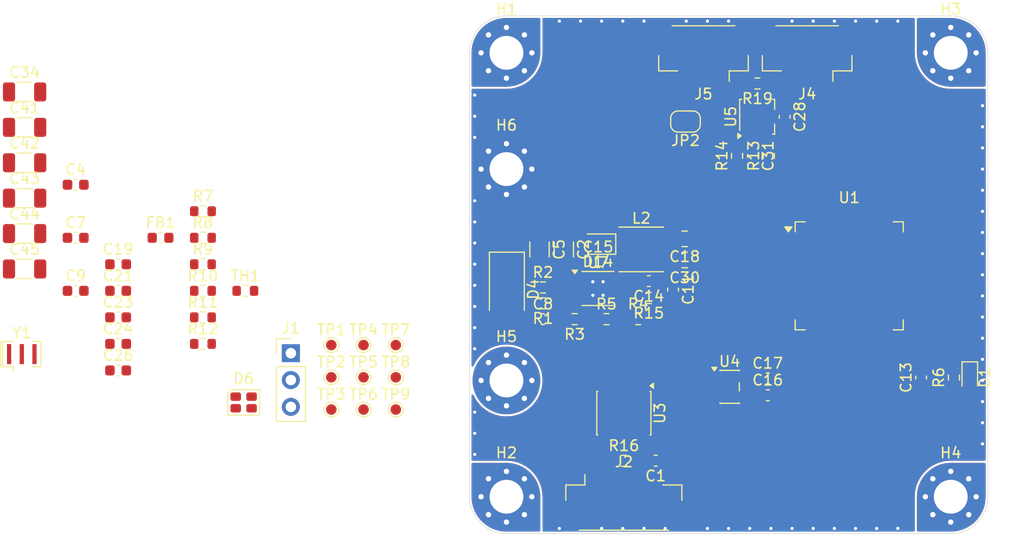
<source format=kicad_pcb>
(kicad_pcb (version 20241229) (generator "pcbnew") (generator_version "9.0")
  (layers (0 "F.Cu" signal) (2 "B.Cu" signal) (13 "F.Paste" user) (15 "B.Paste" user) (5 "F.SilkS" user "F.Silkscreen") (7 "B.SilkS" user "B.Silkscreen") (1 "F.Mask" user) (3 "B.Mask" user) (25 "Edge.Cuts" user))
  (net 0 "")
  (net 1 "GND")
  (net 2 "Net-(D4-K)")
  (net 3 "NTC_1")
  (net 4 "VREF")
  (net 5 "Net-(U7-SS{slash}TR)")
  (net 6 "Net-(C11-Pad2)")
  (net 7 "+5V")
  (net 8 "Net-(U7-COMP)")
  (net 9 "Net-(U7-BOOT)")
  (net 10 "Net-(D14-K)")
  (net 11 "Net-(U4-BP)")
  (net 12 "+3.3V")
  (net 13 "Reset")
  (net 14 "VDC")
  (net 15 "Net-(D1-A)")
  (net 16 "Net-(D6-GK)")
  (net 17 "Net-(D6-RK)")
  (net 18 "Net-(D6-BK)")
  (net 19 "unconnected-(H1-Pad1)")
  (net 20 "unconnected-(H2-Pad1)")
  (net 21 "unconnected-(H3-Pad1)")
  (net 22 "unconnected-(H4-Pad1)")
  (net 23 "SWCLK")
  (net 24 "SWDIO")
  (net 25 "CAN_L")
  (net 26 "CAN_H")
  (net 29 "Net-(JP2-B)")
  (net 30 "Net-(U7-EN)")
  (net 31 "Net-(U7-RT{slash}CLK)")
  (net 32 "Net-(U7-VSENSE)")
  (net 33 "LED1")
  (net 34 "BOOT")
  (net 35 "LED2")
  (net 36 "LED3")
  (net 37 "Net-(U5-RXD)")
  (net 38 "CANRX")
  (net 39 "CANTX")
  (net 40 "Net-(U5-TXD)")
  (net 63 "Net-(U1-PF1)")
  (net 92 "Net-(U1-PF0)")
  (net 93 "FAULT")
  (net 94 "RS485_B")
  (net 95 "RS485_A")
  (net 96 "ENABLE")
  (net 97 "USART2_TX")
  (net 98 "USART2_DE")
  (net 99 "USART2_RX")
  (footprint "MountingHole:MountingHole_3.2mm_M3_Pad_Via" (layer "F.Cu") (at 121 121)
    (property "Reference" "H4" (at 0 -4.15 0) (layer "F.SilkS"))
    (property "Value" "MountingHole_Pad")
    (pad "1" thru_hole circle (at -2.4 0) (size 0.8 0.8) (drill 0.5) (layers "*.Cu" "*.Mask") (net 22 "unconnected-(H4-Pad1)"))
    (pad "1" thru_hole circle (at -1.697056 -1.697056) (size 0.8 0.8) (drill 0.5) (layers "*.Cu" "*.Mask") (net 22 "unconnected-(H4-Pad1)"))
    (pad "1" thru_hole circle (at -1.697056 1.697056) (size 0.8 0.8) (drill 0.5) (layers "*.Cu" "*.Mask") (net 22 "unconnected-(H4-Pad1)"))
    (pad "1" thru_hole circle (at 0 -2.4) (size 0.8 0.8) (drill 0.5) (layers "*.Cu" "*.Mask") (net 22 "unconnected-(H4-Pad1)"))
    (pad "1" thru_hole circle (at 0 0) (size 6.4 6.4) (drill 3.2) (layers "*.Cu" "*.Mask") (net 22 "unconnected-(H4-Pad1)"))
    (pad "1" thru_hole circle (at 0 2.4) (size 0.8 0.8) (drill 0.5) (layers "*.Cu" "*.Mask") (net 22 "unconnected-(H4-Pad1)"))
    (pad "1" thru_hole circle (at 1.697056 -1.697056) (size 0.8 0.8) (drill 0.5) (layers "*.Cu" "*.Mask") (net 22 "unconnected-(H4-Pad1)"))
    (pad "1" thru_hole circle (at 1.697056 1.697056) (size 0.8 0.8) (drill 0.5) (layers "*.Cu" "*.Mask") (net 22 "unconnected-(H4-Pad1)"))
    (pad "1" thru_hole circle (at 2.4 0) (size 0.8 0.8) (drill 0.5) (layers "*.Cu" "*.Mask") (net 22 "unconnected-(H4-Pad1)"))
  )
  (footprint "Resistor_SMD:R_0603_1608Metric" (layer "F.Cu") (at 50.31 93.99)
    (property "Reference" "R7" (at 0 -1.43 0) (layer "F.SilkS"))
    (property "Value" "10K")
    (pad "1" smd roundrect (at -0.825 0) (size 0.8 0.95) (layers "F.Cu" "F.Mask" "F.Paste") (net 13 "Reset"))
    (pad "2" smd roundrect (at 0.825 0) (size 0.8 0.95) (layers "F.Cu" "F.Mask" "F.Paste") (net 12 "+3.3V"))
  )
  (footprint "Connector_PinHeader_2.54mm:PinHeader_1x03_P2.54mm_Vertical" (layer "F.Cu") (at 58.62 107.42)
    (property "Reference" "J1" (at 0 -2.38 0) (layer "F.SilkS"))
    (property "Value" "SWD")
    (pad "1" thru_hole rect (at 0 0) (size 1.7 1.7) (drill 1) (layers "*.Cu" "*.Mask") (net 1 "GND"))
    (pad "2" thru_hole circle (at 0 2.54) (size 1.7 1.7) (drill 1) (layers "*.Cu" "*.Mask") (net 24 "SWDIO"))
    (pad "3" thru_hole circle (at 0 5.08) (size 1.7 1.7) (drill 1) (layers "*.Cu" "*.Mask") (net 23 "SWCLK"))
  )
  (footprint "Resistor_SMD:R_0603_1608Metric" (layer "F.Cu") (at 82.45 102.7 180)
    (property "Reference" "R1" (at 0 -1.43 0) (layer "F.SilkS"))
    (property "Value" "56K")
    (pad "1" smd roundrect (at -0.825 0 180) (size 0.8 0.95) (layers "F.Cu" "F.Mask" "F.Paste") (net 30 "Net-(U7-EN)"))
    (pad "2" smd roundrect (at 0.825 0 180) (size 0.8 0.95) (layers "F.Cu" "F.Mask" "F.Paste") (net 1 "GND"))
  )
  (footprint "Diode_SMD:D_SMA" (layer "F.Cu") (at 79.04 101.37 -90)
    (property "Reference" "D4" (at 0 -2.5 90) (layer "F.SilkS"))
    (property "Value" "D")
    (pad "1" smd roundrect (at -2.000001 0 270) (size 2.5 1.8) (layers "F.Cu" "F.Mask" "F.Paste") (roundrect_rratio 0.1388888889) (net 2 "Net-(D4-K)"))
    (pad "2" smd roundrect (at 2.000001 0 270) (size 2.5 1.8) (layers "F.Cu" "F.Mask" "F.Paste") (roundrect_rratio 0.1388888889) (net 14 "VDC"))
  )
  (footprint "MountingHole:MountingHole_3.2mm_M3_Pad_Via" (layer "F.Cu") (at 79 79)
    (property "Reference" "H1" (at 0 -4.15 0) (layer "F.SilkS"))
    (property "Value" "MountingHole_Pad")
    (pad "1" thru_hole circle (at -2.4 0) (size 0.8 0.8) (drill 0.5) (layers "*.Cu" "*.Mask") (net 19 "unconnected-(H1-Pad1)"))
    (pad "1" thru_hole circle (at -1.697056 -1.697056) (size 0.8 0.8) (drill 0.5) (layers "*.Cu" "*.Mask") (net 19 "unconnected-(H1-Pad1)"))
    (pad "1" thru_hole circle (at -1.697056 1.697056) (size 0.8 0.8) (drill 0.5) (layers "*.Cu" "*.Mask") (net 19 "unconnected-(H1-Pad1)"))
    (pad "1" thru_hole circle (at 0 -2.4) (size 0.8 0.8) (drill 0.5) (layers "*.Cu" "*.Mask") (net 19 "unconnected-(H1-Pad1)"))
    (pad "1" thru_hole circle (at 0 0) (size 6.4 6.4) (drill 3.2) (layers "*.Cu" "*.Mask") (net 19 "unconnected-(H1-Pad1)"))
    (pad "1" thru_hole circle (at 0 2.4) (size 0.8 0.8) (drill 0.5) (layers "*.Cu" "*.Mask") (net 19 "unconnected-(H1-Pad1)"))
    (pad "1" thru_hole circle (at 1.697056 -1.697056) (size 0.8 0.8) (drill 0.5) (layers "*.Cu" "*.Mask") (net 19 "unconnected-(H1-Pad1)"))
    (pad "1" thru_hole circle (at 1.697056 1.697056) (size 0.8 0.8) (drill 0.5) (layers "*.Cu" "*.Mask") (net 19 "unconnected-(H1-Pad1)"))
    (pad "1" thru_hole circle (at 2.4 0) (size 0.8 0.8) (drill 0.5) (layers "*.Cu" "*.Mask") (net 19 "unconnected-(H1-Pad1)"))
  )
  (footprint "Resistor_SMD:R_0603_1608Metric" (layer "F.Cu") (at 54.32 101.52)
    (property "Reference" "TH1" (at 0 -1.43 0) (layer "F.SilkS"))
    (property "Value" "Thermistor_NTC")
    (pad "1" smd roundrect (at -0.825 0) (size 0.8 0.95) (layers "F.Cu" "F.Mask" "F.Paste") (net 3 "NTC_1"))
    (pad "2" smd roundrect (at 0.825 0) (size 0.8 0.95) (layers "F.Cu" "F.Mask" "F.Paste") (net 1 "GND"))
  )
  (footprint "Capacitor_SMD:C_0603_1608Metric" (layer "F.Cu") (at 38.28 101.52)
    (property "Reference" "C9" (at 0 -1.43 0) (layer "F.SilkS"))
    (property "Value" "1uF")
    (pad "1" smd roundrect (at -0.775 0) (size 0.9 0.95) (layers "F.Cu" "F.Mask" "F.Paste") (net 1 "GND"))
    (pad "2" smd roundrect (at 0.775 0) (size 0.9 0.95) (layers "F.Cu" "F.Mask" "F.Paste") (net 4 "VREF"))
  )
  (footprint "Resistor_SMD:R_0603_1608Metric" (layer "F.Cu") (at 85.45 104.2 180)
    (property "Reference" "R3" (at 0 -1.43 0) (layer "F.SilkS"))
    (property "Value" "237K")
    (pad "1" smd roundrect (at -0.825 0 180) (size 0.8 0.95) (layers "F.Cu" "F.Mask" "F.Paste") (net 1 "GND"))
    (pad "2" smd roundrect (at 0.825 0 180) (size 0.8 0.95) (layers "F.Cu" "F.Mask" "F.Paste") (net 31 "Net-(U7-RT{slash}CLK)"))
  )
  (footprint "Resistor_SMD:R_0603_1608Metric" (layer "F.Cu") (at 50.31 96.5)
    (property "Reference" "R8" (at 0 -1.43 0) (layer "F.SilkS"))
    (property "Value" "1K")
    (pad "1" smd roundrect (at -0.825 0) (size 0.8 0.95) (layers "F.Cu" "F.Mask" "F.Paste") (net 33 "LED1"))
    (pad "2" smd roundrect (at 0.825 0) (size 0.8 0.95) (layers "F.Cu" "F.Mask" "F.Paste") (net 17 "Net-(D6-RK)"))
  )
  (footprint "Resistor_SMD:R_0603_1608Metric" (layer "F.Cu") (at 90.1 117.6)
    (property "Reference" "R16" (at 0 -1.43 0) (layer "F.SilkS"))
    (property "Value" "120R")
    (pad "1" smd roundrect (at -0.825 0) (size 0.8 0.95) (layers "F.Cu" "F.Mask" "F.Paste") (net 95 "RS485_A"))
    (pad "2" smd roundrect (at 0.825 0) (size 0.8 0.95) (layers "F.Cu" "F.Mask" "F.Paste") (net 94 "RS485_B"))
  )
  (footprint "Inductor_SMD:L_APV_ANR4020" (layer "F.Cu") (at 91.75 97.6)
    (property "Reference" "L2" (at 0 -2.95 0) (layer "F.SilkS"))
    (property "Value" "47uH")
    (pad "1" smd roundrect (at -1.5 0) (size 1.1 3.7) (layers "F.Cu" "F.Mask" "F.Paste") (roundrect_rratio 0.227273) (net 10 "Net-(D14-K)"))
    (pad "2" smd roundrect (at 1.5 0) (size 1.1 3.7) (layers "F.Cu" "F.Mask" "F.Paste") (roundrect_rratio 0.227273) (net 7 "+5V"))
  )
  (footprint "Capacitor_SMD:C_0603_1608Metric" (layer "F.Cu") (at 103.7 111.4)
    (property "Reference" "C16" (at 0 -1.43 0) (layer "F.SilkS"))
    (property "Value" "470pF")
    (pad "1" smd roundrect (at -0.775 0) (size 0.9 0.95) (layers "F.Cu" "F.Mask" "F.Paste") (net 11 "Net-(U4-BP)"))
    (pad "2" smd roundrect (at 0.775 0) (size 0.9 0.95) (layers "F.Cu" "F.Mask" "F.Paste") (net 1 "GND"))
  )
  (footprint "Capacitor_SMD:C_0603_1608Metric" (layer "F.Cu") (at 42.29 99.01)
    (property "Reference" "C19" (at 0 -1.43 0) (layer "F.SilkS"))
    (property "Value" "100nF")
    (pad "1" smd roundrect (at -0.775 0) (size 0.9 0.95) (layers "F.Cu" "F.Mask" "F.Paste") (net 1 "GND"))
    (pad "2" smd roundrect (at 0.775 0) (size 0.9 0.95) (layers "F.Cu" "F.Mask" "F.Paste") (net 13 "Reset"))
  )
  (footprint "Diode_SMD:D_0805_2012Metric" (layer "F.Cu") (at 87.65 97.1 180)
    (property "Reference" "D14" (at 0 -1.65 0) (layer "F.SilkS"))
    (property "Value" "B5819WS")
    (pad "1" smd roundrect (at -0.937501 0 180) (size 0.975 1.4) (layers "F.Cu" "F.Mask" "F.Paste") (net 10 "Net-(D14-K)"))
    (pad "2" smd roundrect (at 0.937501 0 180) (size 0.975 1.4) (layers "F.Cu" "F.Mask" "F.Paste") (net 1 "GND"))
  )
  (footprint "Resistor_SMD:R_0603_1608Metric" (layer "F.Cu") (at 102.725 81.9 180)
    (property "Reference" "R19" (at 0 -1.43 0) (layer "F.SilkS"))
    (property "Value" "120R")
    (pad "1" smd roundrect (at -0.825 0 180) (size 0.8 0.95) (layers "F.Cu" "F.Mask" "F.Paste") (net 29 "Net-(JP2-B)"))
    (pad "2" smd roundrect (at 0.825 0 180) (size 0.8 0.95) (layers "F.Cu" "F.Mask" "F.Paste") (net 26 "CAN_H"))
  )
  (footprint "TestPoint:TestPoint_Pad_D1.0mm" (layer "F.Cu") (at 65.49 112.75)
    (property "Reference" "TP6" (at 0 -1.448 0) (layer "F.SilkS"))
    (property "Value" "TestPoint")
    (pad "1" smd circle (at 0 0) (size 1 1) (layers "F.Cu" "F.Mask"))
  )
  (footprint "Capacitor_SMD:C_0603_1608Metric" (layer "F.Cu") (at 94.75 101.4 -90)
    (property "Reference" "C11" (at 0 -1.43 90) (layer "F.SilkS"))
    (property "Value" "100nF")
    (pad "1" smd roundrect (at -0.775 0 270) (size 0.9 0.95) (layers "F.Cu" "F.Mask" "F.Paste") (net 1 "GND"))
    (pad "2" smd roundrect (at 0.775 0 270) (size 0.9 0.95) (layers "F.Cu" "F.Mask" "F.Paste") (net 6 "Net-(C11-Pad2)"))
  )
  (footprint "Capacitor_SMD:C_0603_1608Metric" (layer "F.Cu") (at 103.7 109.8)
    (property "Reference" "C17" (at 0 -1.43 0) (layer "F.SilkS"))
    (property "Value" "10uF")
    (pad "1" smd roundrect (at -0.775 0) (size 0.9 0.95) (layers "F.Cu" "F.Mask" "F.Paste") (net 12 "+3.3V"))
    (pad "2" smd roundrect (at 0.775 0) (size 0.9 0.95) (layers "F.Cu" "F.Mask" "F.Paste") (net 1 "GND"))
  )
  (footprint "Capacitor_SMD:C_0603_1608Metric" (layer "F.Cu") (at 93.1 117.6 180)
    (property "Reference" "C1" (at 0 -1.43 0) (layer "F.SilkS"))
    (property "Value" "100nF")
    (pad "1" smd roundrect (at -0.775 0 180) (size 0.9 0.95) (layers "F.Cu" "F.Mask" "F.Paste") (net 1 "GND"))
    (pad "2" smd roundrect (at 0.775 0 180) (size 0.9 0.95) (layers "F.Cu" "F.Mask" "F.Paste") (net 7 "+5V"))
  )
  (footprint "Capacitor_SMD:C_1206_3216Metric" (layer "F.Cu") (at 33.45 89.4)
    (property "Reference" "C42" (at 0 -1.85 0) (layer "F.SilkS"))
    (property "Value" "10uF")
    (pad "1" smd roundrect (at -1.475 0) (size 1.15 1.8) (layers "F.Cu" "F.Mask" "F.Paste") (roundrect_rratio 0.217391) (net 1 "GND"))
    (pad "2" smd roundrect (at 1.475 0) (size 1.15 1.8) (layers "F.Cu" "F.Mask" "F.Paste") (roundrect_rratio 0.217391) (net 14 "VDC"))
  )
  (footprint "Capacitor_SMD:C_0603_1608Metric" (layer "F.Cu") (at 87.65 98.8)
    (property "Reference" "C15" (at 0 -1.43 0) (layer "F.SilkS"))
    (property "Value" "100nF")
    (pad "1" smd roundrect (at -0.775 0) (size 0.9 0.95) (layers "F.Cu" "F.Mask" "F.Paste") (net 9 "Net-(U7-BOOT)"))
    (pad "2" smd roundrect (at 0.775 0) (size 0.9 0.95) (layers "F.Cu" "F.Mask" "F.Paste") (net 10 "Net-(D14-K)"))
  )
  (footprint "Jumper:SolderJumper-2_P1.3mm_Open_RoundedPad1.0x1.5mm" (layer "F.Cu") (at 95.925 85.499999 180)
    (property "Reference" "JP2" (at 0 -1.8 0) (layer "F.SilkS"))
    (property "Value" "Jumper_2_Open")
    (pad "1" smd custom (at -0.649999 0 180) (size 1 0.5) (layers "F.Cu" "F.Mask") (net 25 "CAN_L") (options (clearance outline) (anchor rect)) (primitives (gr_circle (center 0 0.25) (end 0.5 0.25) (width 0) (fill yes)) (gr_circle (center 0 -0.25) (end 0.5 -0.25) (width 0) (fill yes)) (gr_poly (pts (xy 0.5 0.75) (xy 0 0.75) (xy 0 -0.75) (xy 0.5 -0.75)) (width 0) (fill yes))))
    (pad "2" smd custom (at 0.649999 0 180) (size 1 0.5) (layers "F.Cu" "F.Mask") (net 29 "Net-(JP2-B)") (options (clearance outline) (anchor rect)) (primitives (gr_circle (center 0 0.25) (end 0.5 0.25) (width 0) (fill yes)) (gr_circle (center 0 -0.25) (end 0.5 -0.25) (width 0) (fill yes)) (gr_poly (pts (xy 0 0.75) (xy -0.5 0.75) (xy -0.5 -0.75) (xy 0 -0.75)) (width 0) (fill yes))))
  )
  (footprint "TestPoint:TestPoint_Pad_D1.0mm" (layer "F.Cu") (at 68.54 112.75)
    (property "Reference" "TP9" (at 0 -1.448 0) (layer "F.SilkS"))
    (property "Value" "TestPoint")
    (pad "1" smd circle (at 0 0) (size 1 1) (layers "F.Cu" "F.Mask"))
  )
  (footprint "LED_SMD:LED_0603_1608Metric" (layer "F.Cu") (at 122.8 109.725 -90)
    (property "Reference" "D1" (at 0 -1.43 90) (layer "F.SilkS"))
    (property "Value" "LED_Small")
    (pad "1" smd roundrect (at -0.787501 0 270) (size 0.875 0.95) (layers "F.Cu" "F.Mask" "F.Paste") (net 1 "GND"))
    (pad "2" smd roundrect (at 0.787501 0 270) (size 0.875 0.95) (layers "F.Cu" "F.Mask" "F.Paste") (net 15 "Net-(D1-A)"))
  )
  (footprint "Resistor_SMD:R_0603_1608Metric" (layer "F.Cu") (at 82.45 101.200001)
    (property "Reference" "R2" (at 0 -1.43 0) (layer "F.SilkS"))
    (property "Value" "470K")
    (pad "1" smd roundrect (at -0.825 0) (size 0.8 0.95) (layers "F.Cu" "F.Mask" "F.Paste") (net 30 "Net-(U7-EN)"))
    (pad "2" smd roundrect (at 0.825 0) (size 0.8 0.95) (layers "F.Cu" "F.Mask" "F.Paste") (net 2 "Net-(D4-K)"))
  )
  (footprint "MountingHole:MountingHole_3.2mm_M3_Pad_Via" (layer "F.Cu") (at 121 79)
    (property "Reference" "H3" (at 0 -4.15 0) (layer "F.SilkS"))
    (property "Value" "MountingHole_Pad")
    (pad "1" thru_hole circle (at -2.4 0) (size 0.8 0.8) (drill 0.5) (layers "*.Cu" "*.Mask") (net 21 "unconnected-(H3-Pad1)"))
    (pad "1" thru_hole circle (at -1.697056 -1.697056) (size 0.8 0.8) (drill 0.5) (layers "*.Cu" "*.Mask") (net 21 "unconnected-(H3-Pad1)"))
    (pad "1" thru_hole circle (at -1.697056 1.697056) (size 0.8 0.8) (drill 0.5) (layers "*.Cu" "*.Mask") (net 21 "unconnected-(H3-Pad1)"))
    (pad "1" thru_hole circle (at 0 -2.4) (size 0.8 0.8) (drill 0.5) (layers "*.Cu" "*.Mask") (net 21 "unconnected-(H3-Pad1)"))
    (pad "1" thru_hole circle (at 0 0) (size 6.4 6.4) (drill 3.2) (layers "*.Cu" "*.Mask") (net 21 "unconnected-(H3-Pad1)"))
    (pad "1" thru_hole circle (at 0 2.4) (size 0.8 0.8) (drill 0.5) (layers "*.Cu" "*.Mask") (net 21 "unconnected-(H3-Pad1)"))
    (pad "1" thru_hole circle (at 1.697056 -1.697056) (size 0.8 0.8) (drill 0.5) (layers "*.Cu" "*.Mask") (net 21 "unconnected-(H3-Pad1)"))
    (pad "1" thru_hole circle (at 1.697056 1.697056) (size 0.8 0.8) (drill 0.5) (layers "*.Cu" "*.Mask") (net 21 "unconnected-(H3-Pad1)"))
    (pad "1" thru_hole circle (at 2.4 0) (size 0.8 0.8) (drill 0.5) (layers "*.Cu" "*.Mask") (net 21 "unconnected-(H3-Pad1)"))
  )
  (footprint "Capacitor_SMD:C_0805_2012Metric" (layer "F.Cu") (at 95.85 96.6 180)
    (property "Reference" "C18" (at 0 -1.679999 0) (layer "F.SilkS"))
    (property "Value" "22uF")
    (pad "1" smd roundrect (at -0.949999 0 180) (size 1 1.45) (layers "F.Cu" "F.Mask" "F.Paste") (net 1 "GND"))
    (pad "2" smd roundrect (at 0.949999 0 180) (size 1 1.45) (layers "F.Cu" "F.Mask" "F.Paste") (net 7 "+5V"))
  )
  (footprint "Capacitor_SMD:C_0603_1608Metric" (layer "F.Cu") (at 82.45 104.200001)
    (property "Reference" "C8" (at 0 -1.43 0) (layer "F.SilkS"))
    (property "Value" "100nF")
    (pad "1" smd roundrect (at -0.775 0) (size 0.9 0.95) (layers "F.Cu" "F.Mask" "F.Paste") (net 1 "GND"))
    (pad "2" smd roundrect (at 0.775 0) (size 0.9 0.95) (layers "F.Cu" "F.Mask" "F.Paste") (net 5 "Net-(U7-SS{slash}TR)"))
  )
  (footprint "MountingHole:MountingHole_3.2mm_M3_Pad_Via" (layer "F.Cu") (at 79 121)
    (property "Reference" "H2" (at 0 -4.15 0) (layer "F.SilkS"))
    (property "Value" "MountingHole_Pad")
    (pad "1" thru_hole circle (at -2.4 0) (size 0.8 0.8) (drill 0.5) (layers "*.Cu" "*.Mask") (net 20 "unconnected-(H2-Pad1)"))
    (pad "1" thru_hole circle (at -1.697056 -1.697056) (size 0.8 0.8) (drill 0.5) (layers "*.Cu" "*.Mask") (net 20 "unconnected-(H2-Pad1)"))
    (pad "1" thru_hole circle (at -1.697056 1.697056) (size 0.8 0.8) (drill 0.5) (layers "*.Cu" "*.Mask") (net 20 "unconnected-(H2-Pad1)"))
    (pad "1" thru_hole circle (at 0 -2.4) (size 0.8 0.8) (drill 0.5) (layers "*.Cu" "*.Mask") (net 20 "unconnected-(H2-Pad1)"))
    (pad "1" thru_hole circle (at 0 0) (size 6.4 6.4) (drill 3.2) (layers "*.Cu" "*.Mask") (net 20 "unconnected-(H2-Pad1)"))
    (pad "1" thru_hole circle (at 0 2.4) (size 0.8 0.8) (drill 0.5) (layers "*.Cu" "*.Mask") (net 20 "unconnected-(H2-Pad1)"))
    (pad "1" thru_hole circle (at 1.697056 -1.697056) (size 0.8 0.8) (drill 0.5) (layers "*.Cu" "*.Mask") (net 20 "unconnected-(H2-Pad1)"))
    (pad "1" thru_hole circle (at 1.697056 1.697056) (size 0.8 0.8) (drill 0.5) (layers "*.Cu" "*.Mask") (net 20 "unconnected-(H2-Pad1)"))
    (pad "1" thru_hole circle (at 2.4 0) (size 0.8 0.8) (drill 0.5) (layers "*.Cu" "*.Mask") (net 20 "unconnected-(H2-Pad1)"))
  )
  (footprint "Capacitor_SMD:C_1206_3216Metric" (layer "F.Cu") (at 33.45 96.1)
    (property "Reference" "C44" (at 0 -1.85 0) (layer "F.SilkS"))
    (property "Value" "10uF")
    (pad "1" smd roundrect (at -1.475 0) (size 1.15 1.8) (layers "F.Cu" "F.Mask" "F.Paste") (roundrect_rratio 0.217391) (net 1 "GND"))
    (pad "2" smd roundrect (at 1.475 0) (size 1.15 1.8) (layers "F.Cu" "F.Mask" "F.Paste") (roundrect_rratio 0.217391) (net 14 "VDC"))
  )
  (footprint "Connector_JST:JST_GH_SM04B-GHS-TB_1x04-1MP_P1.25mm_Horizontal" (layer "F.Cu") (at 107.425 79 180)
    (property "Reference" "J4" (at 0 -3.899999 0) (layer "F.SilkS"))
    (property "Value" "CAN_IN")
    (pad "1" smd roundrect (at -1.875 -1.85 180) (size 0.6 1.7) (layers "F.Cu" "F.Mask" "F.Paste"))
    (pad "2" smd roundrect (at -0.625 -1.85 180) (size 0.6 1.7) (layers "F.Cu" "F.Mask" "F.Paste") (net 26 "CAN_H"))
    (pad "3" smd roundrect (at 0.625 -1.85 180) (size 0.6 1.7) (layers "F.Cu" "F.Mask" "F.Paste") (net 25 "CAN_L"))
    (pad "4" smd roundrect (at 1.875 -1.85 180) (size 0.6 1.7) (layers "F.Cu" "F.Mask" "F.Paste") (net 1 "GND"))
    (pad "MP" smd roundrect (at -3.725 1.35 180) (size 1 2.7) (layers "F.Cu" "F.Mask" "F.Paste"))
    (pad "MP" smd roundrect (at 3.725 1.35 180) (size 1 2.7) (layers "F.Cu" "F.Mask" "F.Paste"))
  )
  (footprint "Capacitor_SMD:C_1206_3216Metric" (layer "F.Cu") (at 33.45 86.05)
    (property "Reference" "C41" (at 0 -1.85 0) (layer "F.SilkS"))
    (property "Value" "10uF")
    (pad "1" smd roundrect (at -1.475 0) (size 1.15 1.8) (layers "F.Cu" "F.Mask" "F.Paste") (roundrect_rratio 0.217391) (net 1 "GND"))
    (pad "2" smd roundrect (at 1.475 0) (size 1.15 1.8) (layers "F.Cu" "F.Mask" "F.Paste") (roundrect_rratio 0.217391) (net 14 "VDC"))
  )
  (footprint "Resistor_SMD:R_0603_1608Metric" (layer "F.Cu") (at 100.8 88.750001 90)
    (property "Reference" "R14" (at 0 -1.43 90) (layer "F.SilkS"))
    (property "Value" "47R")
    (pad "1" smd roundrect (at -0.825 0 90) (size 0.8 0.95) (layers "F.Cu" "F.Mask" "F.Paste") (net 39 "CANTX"))
    (pad "2" smd roundrect (at 0.825 0 90) (size 0.8 0.95) (layers "F.Cu" "F.Mask" "F.Paste") (net 40 "Net-(U5-TXD)"))
  )
  (footprint "LED_SMD:LED_Cree-PLCC4_2x2mm_CW" (layer "F.Cu") (at 54.155 112.08)
    (property "Reference" "D6" (at 0 -2.25 0) (layer "F.SilkS"))
    (property "Value" "LED_RBAG")
    (pad "1" smd roundrect (at -0.75 -0.55) (size 1 0.8) (layers "F.Cu" "F.Mask" "F.Paste") (net 17 "Net-(D6-RK)"))
    (pad "2" smd roundrect (at 0.75 -0.55) (size 1 0.8) (layers "F.Cu" "F.Mask" "F.Paste") (net 18 "Net-(D6-BK)"))
    (pad "3" smd roundrect (at 0.75 0.55) (size 1 0.8) (layers "F.Cu" "F.Mask" "F.Paste") (net 12 "+3.3V"))
    (pad "4" smd roundrect (at -0.75 0.55) (size 1 0.8) (layers "F.Cu" "F.Mask" "F.Paste") (net 16 "Net-(D6-GK)"))
  )
  (footprint "Inductor_SMD:L_0603_1608Metric" (layer "F.Cu") (at 46.3 96.5)
    (property "Reference" "FB1" (at 0 -1.43 0) (layer "F.SilkS"))
    (property "Value" "FerriteBead")
    (pad "1" smd roundrect (at -0.7875 0) (size 0.875 0.95) (layers "F.Cu" "F.Mask" "F.Paste") (net 12 "+3.3V"))
    (pad "2" smd roundrect (at 0.7875 0) (size 0.875 0.95) (layers "F.Cu" "F.Mask" "F.Paste") (net 4 "VREF"))
  )
  (footprint "TestPoint:TestPoint_Pad_D1.0mm" (layer "F.Cu") (at 65.49 109.7)
    (property "Reference" "TP5" (at 0 -1.448 0) (layer "F.SilkS"))
    (property "Value" "TestPoint")
    (pad "1" smd circle (at 0 0) (size 1 1) (layers "F.Cu" "F.Mask") (net 7 "+5V"))
  )
  (footprint "Resistor_SMD:R_0603_1608Metric" (layer "F.Cu") (at 50.31 101.52)
    (property "Reference" "R10" (at 0 -1.43 0) (layer "F.SilkS"))
    (property "Value" "10K")
    (pad "1" smd roundrect (at -0.825 0) (size 0.8 0.95) (layers "F.Cu" "F.Mask" "F.Paste") (net 3 "NTC_1"))
    (pad "2" smd roundrect (at 0.825 0) (size 0.8 0.95) (layers "F.Cu" "F.Mask" "F.Paste") (net 12 "+3.3V"))
  )
  (footprint "Capacitor_SMD:C_0603_1608Metric" (layer "F.Cu") (at 42.29 106.54)
    (property "Reference" "C24" (at 0 -1.43 0) (layer "F.SilkS"))
    (property "Value" "100nF")
    (pad "1" smd roundrect (at -0.775 0) (size 0.9 0.95) (layers "F.Cu" "F.Mask" "F.Paste") (net 12 "+3.3V"))
    (pad "2" smd roundrect (at 0.775 0) (size 0.9 0.95) (layers "F.Cu" "F.Mask" "F.Paste") (net 1 "GND"))
  )
  (footprint "Capacitor_SMD:C_1206_3216Metric" (layer "F.Cu") (at 82.124999 97.6 -90)
    (property "Reference" "C5" (at 0 -1.850001 90) (layer "F.SilkS"))
    (property "Value" "10uF")
    (pad "1" smd roundrect (at -1.475001 0 270) (size 1.15 1.8) (layers "F.Cu" "F.Mask" "F.Paste") (roundrect_rratio 0.217391) (net 1 "GND"))
    (pad "2" smd roundrect (at 1.475001 0 270) (size 1.15 1.8) (layers "F.Cu" "F.Mask" "F.Paste") (roundrect_rratio 0.217391) (net 2 "Net-(D4-K)"))
  )
  (footprint "Resistor_SMD:R_0603_1608Metric" (layer "F.Cu") (at 88.45 104.2)
    (property "Reference" "R5" (at 0 -1.43 0) (layer "F.SilkS"))
    (property "Value" "10K")
    (pad "1" smd roundrect (at -0.825 0) (size 0.8 0.95) (layers "F.Cu" "F.Mask" "F.Paste") (net 1 "GND"))
    (pad "2" smd roundrect (at 0.825 0) (size 0.8 0.95) (layers "F.Cu" "F.Mask" "F.Paste") (net 32 "Net-(U7-VSENSE)"))
  )
  (footprint "Resistor_SMD:R_0603_1608Metric" (layer "F.Cu") (at 50.31 104.03)
    (property "Reference" "R11" (at 0 -1.43 0) (layer "F.SilkS"))
    (property "Value" "1K")
    (pad "1" smd roundrect (at -0.825 0) (size 0.8 0.95) (layers "F.Cu" "F.Mask" "F.Paste") (net 35 "LED2"))
    (pad "2" smd roundrect (at 0.825 0) (size 0.8 0.95) (layers "F.Cu" "F.Mask" "F.Paste") (net 16 "Net-(D6-GK)"))
  )
  (footprint "TestPoint:TestPoint_Pad_D1.0mm" (layer "F.Cu") (at 68.54 106.65)
    (property "Reference" "TP7" (at 0 -1.448 0) (layer "F.SilkS"))
    (property "Value" "TestPoint")
    (pad "1" smd circle (at 0 0) (size 1 1) (layers "F.Cu" "F.Mask"))
  )
  (footprint "Capacitor_SMD:C_0603_1608Metric" (layer "F.Cu") (at 42.29 101.52)
    (property "Reference" "C21" (at 0 -1.43 0) (layer "F.SilkS"))
    (property "Value" "100nF")
    (pad "1" smd roundrect (at -0.775 0) (size 0.9 0.95) (layers "F.Cu" "F.Mask" "F.Paste") (net 12 "+3.3V"))
    (pad "2" smd roundrect (at 0.775 0) (size 0.9 0.95) (layers "F.Cu" "F.Mask" "F.Paste") (net 1 "GND"))
  )
  (footprint "Capacitor_SMD:C_1206_3216Metric" (layer "F.Cu") (at 84.425 97.6 -90)
    (property "Reference" "C2" (at 0 -1.850001 90) (layer "F.SilkS"))
    (property "Value" "10uF")
    (pad "1" smd roundrect (at -1.475001 0 270) (size 1.15 1.8) (layers "F.Cu" "F.Mask" "F.Paste") (roundrect_rratio 0.217391) (net 1 "GND"))
    (pad "2" smd roundrect (at 1.475001 0 270) (size 1.15 1.8) (layers "F.Cu" "F.Mask" "F.Paste") (roundrect_rratio 0.217391) (net 2 "Net-(D4-K)"))
  )
  (footprint "MountingHole:MountingHole_3.2mm_M3_Pad_Via" (layer "F.Cu") (at 79 90)
    (property "Reference" "H6" (at 0 -4.15 0) (layer "F.SilkS"))
    (property "Value" "MountingHole_Pad")
    (pad "1" thru_hole circle (at -2.4 0) (size 0.8 0.8) (drill 0.5) (layers "*.Cu" "*.Mask") (net 1 "GND"))
    (pad "1" thru_hole circle (at -1.697056 -1.697056) (size 0.8 0.8) (drill 0.5) (layers "*.Cu" "*.Mask") (net 1 "GND"))
    (pad "1" thru_hole circle (at -1.697056 1.697056) (size 0.8 0.8) (drill 0.5) (layers "*.Cu" "*.Mask") (net 1 "GND"))
    (pad "1" thru_hole circle (at 0 -2.4) (size 0.8 0.8) (drill 0.5) (layers "*.Cu" "*.Mask") (net 1 "GND"))
    (pad "1" thru_hole circle (at 0 0) (size 6.4 6.4) (drill 3.2) (layers "*.Cu" "*.Mask") (net 1 "GND"))
    (pad "1" thru_hole circle (at 0 2.4) (size 0.8 0.8) (drill 0.5) (layers "*.Cu" "*.Mask") (net 1 "GND"))
    (pad "1" thru_hole circle (at 1.697056 -1.697056) (size 0.8 0.8) (drill 0.5) (layers "*.Cu" "*.Mask") (net 1 "GND"))
    (pad "1" thru_hole circle (at 1.697056 1.697056) (size 0.8 0.8) (drill 0.5) (layers "*.Cu" "*.Mask") (net 1 "GND"))
    (pad "1" thru_hole circle (at 2.4 0) (size 0.8 0.8) (drill 0.5) (layers "*.Cu" "*.Mask") (net 1 "GND"))
  )
  (footprint "MountingHole:MountingHole_3.2mm_M3_Pad_Via" (layer "F.Cu") (at 79 110)
    (property "Reference" "H5" (at 0 -4.15 0) (layer "F.SilkS"))
    (property "Value" "MountingHole_Pad")
    (pad "1" thru_hole circle (at -2.4 0) (size 0.8 0.8) (drill 0.5) (layers "*.Cu" "*.Mask") (net 14 "VDC"))
    (pad "1" thru_hole circle (at -1.697056 -1.697056) (size 0.8 0.8) (drill 0.5) (layers "*.Cu" "*.Mask") (net 14 "VDC"))
    (pad "1" thru_hole circle (at -1.697056 1.697056) (size 0.8 0.8) (drill 0.5) (layers "*.Cu" "*.Mask") (net 14 "VDC"))
    (pad "1" thru_hole circle (at 0 -2.4) (size 0.8 0.8) (drill 0.5) (layers "*.Cu" "*.Mask") (net 14 "VDC"))
    (pad "1" thru_hole circle (at 0 0) (size 6.4 6.4) (drill 3.2) (layers "*.Cu" "*.Mask") (net 14 "VDC"))
    (pad "1" thru_hole circle (at 0 2.4) (size 0.8 0.8) (drill 0.5) (layers "*.Cu" "*.Mask") (net 14 "VDC"))
    (pad "1" thru_hole circle (at 1.697056 -1.697056) (size 0.8 0.8) (drill 0.5) (layers "*.Cu" "*.Mask") (net 14 "VDC"))
    (pad "1" thru_hole circle (at 1.697056 1.697056) (size 0.8 0.8) (drill 0.5) (layers "*.Cu" "*.Mask") (net 14 "VDC"))
    (pad "1" thru_hole circle (at 2.4 0) (size 0.8 0.8) (drill 0.5) (layers "*.Cu" "*.Mask") (net 14 "VDC"))
  )
  (footprint "Connector_JST:JST_GH_SM04B-GHS-TB_1x04-1MP_P1.25mm_Horizontal" (layer "F.Cu") (at 97.625 79 180)
    (property "Reference" "J5" (at 0 -3.899999 0) (layer "F.SilkS"))
    (property "Value" "CAN_OUT")
    (pad "1" smd roundrect (at -1.875 -1.85 180) (size 0.6 1.7) (layers "F.Cu" "F.Mask" "F.Paste"))
    (pad "2" smd roundrect (at -0.625 -1.85 180) (size 0.6 1.7) (layers "F.Cu" "F.Mask" "F.Paste") (net 26 "CAN_H"))
    (pad "3" smd roundrect (at 0.625 -1.85 180) (size 0.6 1.7) (layers "F.Cu" "F.Mask" "F.Paste") (net 25 "CAN_L"))
    (pad "4" smd roundrect (at 1.875 -1.85 180) (size 0.6 1.7) (layers "F.Cu" "F.Mask" "F.Paste") (net 1 "GND"))
    (pad "MP" smd roundrect (at -3.725 1.35 180) (size 1 2.7) (layers "F.Cu" "F.Mask" "F.Paste"))
    (pad "MP" smd roundrect (at 3.725 1.35 180) (size 1 2.7) (layers "F.Cu" "F.Mask" "F.Paste"))
  )
  (footprint "Resistor_SMD:R_0603_1608Metric" (layer "F.Cu") (at 121.3 109.725 90)
    (property "Reference" "R6" (at 0 -1.43 90) (layer "F.SilkS"))
    (property "Value" "1K")
    (pad "1" smd roundrect (at -0.825 0 90) (size 0.8 0.95) (layers "F.Cu" "F.Mask" "F.Paste") (net 12 "+3.3V"))
    (pad "2" smd roundrect (at 0.825 0 90) (size 0.8 0.95) (layers "F.Cu" "F.Mask" "F.Paste") (net 15 "Net-(D1-A)"))
  )
  (footprint "Capacitor_SMD:C_0603_1608Metric" (layer "F.Cu") (at 42.29 109.05)
    (property "Reference" "C26" (at 0 -1.43 0) (layer "F.SilkS"))
    (property "Value" "100nF")
    (pad "1" smd roundrect (at -0.775 0) (size 0.9 0.95) (layers "F.Cu" "F.Mask" "F.Paste") (net 12 "+3.3V"))
    (pad "2" smd roundrect (at 0.775 0) (size 0.9 0.95) (layers "F.Cu" "F.Mask" "F.Paste") (net 1 "GND"))
  )
  (footprint "TestPoint:TestPoint_Pad_D1.0mm" (layer "F.Cu") (at 62.44 106.65)
    (property "Reference" "TP1" (at 0 -1.448 0) (layer "F.SilkS"))
    (property "Value" "TestPoint")
    (pad "1" smd circle (at 0 0) (size 1 1) (layers "F.Cu" "F.Mask") (net 34 "BOOT"))
  )
  (footprint "TestPoint:TestPoint_Pad_D1.0mm" (layer "F.Cu") (at 62.44 109.7)
    (property "Reference" "TP2" (at 0 -1.448 0) (layer "F.SilkS"))
    (property "Value" "TestPoint")
    (pad "1" smd circle (at 0 0) (size 1 1) (layers "F.Cu" "F.Mask") (net 13 "Reset"))
  )
  (footprint "TestPoint:TestPoint_Pad_D1.0mm" (layer "F.Cu") (at 62.44 112.75)
    (property "Reference" "TP3" (at 0 -1.448 0) (layer "F.SilkS"))
    (property "Value" "TestPoint")
    (pad "1" smd circle (at 0 0) (size 1 1) (layers "F.Cu" "F.Mask") (net 12 "+3.3V"))
  )
  (footprint "Capacitor_SMD:C_0805_2012Metric" (layer "F.Cu") (at 95.85 98.6 180)
    (property "Reference" "C30" (at 0 -1.679999 0) (layer "F.SilkS"))
    (property "Value" "22uF")
    (pad "1" smd roundrect (at -0.949999 0 180) (size 1 1.45) (layers "F.Cu" "F.Mask" "F.Paste") (net 1 "GND"))
    (pad "2" smd roundrect (at 0.949999 0 180) (size 1 1.45) (layers "F.Cu" "F.Mask" "F.Paste") (net 7 "+5V"))
  )
  (footprint "Capacitor_SMD:C_0603_1608Metric" (layer "F.Cu") (at 92.45 100.6 180)
    (property "Reference" "C14" (at 0 -1.43 0) (layer "F.SilkS"))
    (property "Value" "100nF")
    (pad "1" smd roundrect (at -0.775 0 180) (size 0.9 0.95) (layers "F.Cu" "F.Mask" "F.Paste") (net 1 "GND"))
    (pad "2" smd roundrect (at 0.775 0 180) (size 0.9 0.95) (layers "F.Cu" "F.Mask" "F.Paste") (net 8 "Net-(U7-COMP)"))
  )
  (footprint "Package_TO_SOT_SMD:SOT-23-5" (layer "F.Cu") (at 100.1 110.6)
    (property "Reference" "U4" (at 0 -2.4 0) (layer "F.SilkS"))
    (property "Value" "MIC5219-3.3YM5")
    (pad "1" smd roundrect (at -1.1375 -0.95) (size 1.325 0.6) (layers "F.Cu" "F.Mask" "F.Paste") (net 7 "+5V"))
    (pad "2" smd roundrect (at -1.1375 0) (size 1.325 0.6) (layers "F.Cu" "F.Mask" "F.Paste") (net 1 "GND"))
    (pad "3" smd roundrect (at -1.1375 0.95) (size 1.325 0.6) (layers "F.Cu" "F.Mask" "F.Paste") (net 7 "+5V"))
    (pad "4" smd roundrect (at 1.1375 0.95) (size 1.325 0.6) (layers "F.Cu" "F.Mask" "F.Paste") (net 11 "Net-(U4-BP)"))
    (pad "5" smd roundrect (at 1.1375 -0.95) (size 1.325 0.6) (layers "F.Cu" "F.Mask" "F.Paste") (net 12 "+3.3V"))
  )
  (footprint "Capacitor_SMD:C_1206_3216Metric" (layer "F.Cu") (at 33.45 82.7)
    (property "Reference" "C34" (at 0 -1.85 0) (layer "F.SilkS"))
    (property "Value" "10uF")
    (pad "1" smd roundrect (at -1.475 0) (size 1.15 1.8) (layers "F.Cu" "F.Mask" "F.Paste") (roundrect_rratio 0.217391) (net 1 "GND"))
    (pad "2" smd roundrect (at 1.475 0) (size 1.15 1.8) (layers "F.Cu" "F.Mask" "F.Paste") (roundrect_rratio 0.217391) (net 14 "VDC"))
  )
  (footprint "Capacitor_SMD:C_0603_1608Metric" (layer "F.Cu") (at 105.3 85.049999 -90)
    (property "Reference" "C28" (at 0 -1.43 90) (layer "F.SilkS"))
    (property "Value" "100nF")
    (pad "1" smd roundrect (at -0.775 0 270) (size 0.9 0.95) (layers "F.Cu" "F.Mask" "F.Paste") (net 12 "+3.3V"))
    (pad "2" smd roundrect (at 0.775 0 270) (size 0.9 0.95) (layers "F.Cu" "F.Mask" "F.Paste") (net 1 "GND"))
  )
  (footprint "TestPoint:TestPoint_Pad_D1.0mm" (layer "F.Cu") (at 68.54 109.7)
    (property "Reference" "TP8" (at 0 -1.448 0) (layer "F.SilkS"))
    (property "Value" "TestPoint")
    (pad "1" smd circle (at 0 0) (size 1 1) (layers "F.Cu" "F.Mask"))
  )
  (footprint "Capacitor_SMD:C_0603_1608Metric" (layer "F.Cu") (at 118.2 109.725 90)
    (property "Reference" "C13" (at 0 -1.43 90) (layer "F.SilkS"))
    (property "Value" "10uF")
    (pad "1" smd roundrect (at -0.775 0 90) (size 0.9 0.95) (layers "F.Cu" "F.Mask" "F.Paste") (net 7 "+5V"))
    (pad "2" smd roundrect (at 0.775 0 90) (size 0.9 0.95) (layers "F.Cu" "F.Mask" "F.Paste") (net 1 "GND"))
  )
  (footprint "Capacitor_SMD:C_1206_3216Metric" (layer "F.Cu") (at 33.45 92.75)
    (property "Reference" "C43" (at 0 -1.85 0) (layer "F.SilkS"))
    (property "Value" "10uF")
    (pad "1" smd roundrect (at -1.475 0) (size 1.15 1.8) (layers "F.Cu" "F.Mask" "F.Paste") (roundrect_rratio 0.217391) (net 1 "GND"))
    (pad "2" smd roundrect (at 1.475 0) (size 1.15 1.8) (layers "F.Cu" "F.Mask" "F.Paste") (roundrect_rratio 0.217391) (net 14 "VDC"))
  )
  (footprint "Capacitor_SMD:C_0603_1608Metric" (layer "F.Cu") (at 38.28 96.5)
    (property "Reference" "C7" (at 0 -1.43 0) (layer "F.SilkS"))
    (property "Value" "100nF")
    (pad "1" smd roundrect (at -0.775 0) (size 0.9 0.95) (layers "F.Cu" "F.Mask" "F.Paste") (net 1 "GND"))
    (pad "2" smd roundrect (at 0.775 0) (size 0.9 0.95) (layers "F.Cu" "F.Mask" "F.Paste") (net 4 "VREF"))
  )
  (footprint "Connector_JST:JST_GH_SM06B-GHS-TB_1x06-1MP_P1.25mm_Horizontal" (layer "F.Cu") (at 90.1 121.6)
    (property "Reference" "J2" (at 0 -3.9 0) (layer "F.SilkS"))
    (property "Value" "Conn_01x06")
    (pad "1" smd roundrect (at -3.125 -1.85) (size 0.6 1.7) (layers "F.Cu" "F.Mask" "F.Paste") (net 1 "GND"))
    (pad "2" smd roundrect (at -1.875 -1.85) (size 0.6 1.7) (layers "F.Cu" "F.Mask" "F.Paste") (net 7 "+5V"))
    (pad "3" smd roundrect (at -0.625 -1.85) (size 0.6 1.7) (layers "F.Cu" "F.Mask" "F.Paste") (net 95 "RS485_A"))
    (pad "4" smd roundrect (at 0.625 -1.85) (size 0.6 1.7) (layers "F.Cu" "F.Mask" "F.Paste") (net 94 "RS485_B"))
    (pad "5" smd roundrect (at 1.875 -1.85) (size 0.6 1.7) (layers "F.Cu" "F.Mask" "F.Paste") (net 93 "FAULT"))
    (pad "6" smd roundrect (at 3.125 -1.85) (size 0.6 1.7) (layers "F.Cu" "F.Mask" "F.Paste") (net 96 "ENABLE"))
    (pad "MP" smd roundrect (at -4.975 1.35) (size 1 2.7) (layers "F.Cu" "F.Mask" "F.Paste"))
    (pad "MP" smd roundrect (at 4.975 1.35) (size 1 2.7) (layers "F.Cu" "F.Mask" "F.Paste"))
  )
  (footprint "Resistor_SMD:R_0603_1608Metric" (layer "F.Cu") (at 50.31 106.54)
    (property "Reference" "R12" (at 0 -1.43 0) (layer "F.SilkS"))
    (property "Value" "1K")
    (pad "1" smd roundrect (at -0.825 0) (size 0.8 0.95) (layers "F.Cu" "F.Mask" "F.Paste") (net 36 "LED3"))
    (pad "2" smd roundrect (at 0.825 0) (size 0.8 0.95) (layers "F.Cu" "F.Mask" "F.Paste") (net 18 "Net-(D6-BK)"))
  )
  (footprint "Package_QFP:LQFP-64_10x10mm_P0.5mm" (layer "F.Cu") (at 111.4 100.1)
    (property "Reference" "U1" (at 0 -7.4 0) (layer "F.SilkS"))
    (property "Value" "STM32G431RBTx")
    (pad "1" smd roundrect (at -5.675 -3.75) (size 1.55 0.3) (layers "F.Cu" "F.Mask" "F.Paste") (net 12 "+3.3V"))
    (pad "2" smd roundrect (at -5.675 -3.25) (size 1.55 0.3) (layers "F.Cu" "F.Mask" "F.Paste"))
    (pad "3" smd roundrect (at -5.675 -2.75) (size 1.55 0.3) (layers "F.Cu" "F.Mask" "F.Paste"))
    (pad "4" smd roundrect (at -5.675 -2.25) (size 1.55 0.3) (layers "F.Cu" "F.Mask" "F.Paste"))
    (pad "5" smd roundrect (at -5.675 -1.75) (size 1.55 0.3) (layers "F.Cu" "F.Mask" "F.Paste") (net 92 "Net-(U1-PF0)"))
    (pad "6" smd roundrect (at -5.675 -1.25) (size 1.55 0.3) (layers "F.Cu" "F.Mask" "F.Paste") (net 63 "Net-(U1-PF1)"))
    (pad "7" smd roundrect (at -5.675 -0.75) (size 1.55 0.3) (layers "F.Cu" "F.Mask" "F.Paste") (net 34 "BOOT"))
    (pad "8" smd roundrect (at -5.675 -0.25) (size 1.55 0.3) (layers "F.Cu" "F.Mask" "F.Paste"))
    (pad "9" smd roundrect (at -5.675 0.25) (size 1.55 0.3) (layers "F.Cu" "F.Mask" "F.Paste"))
    (pad "10" smd roundrect (at -5.675 0.75) (size 1.55 0.3) (layers "F.Cu" "F.Mask" "F.Paste"))
    (pad "11" smd roundrect (at -5.675 1.25) (size 1.55 0.3) (layers "F.Cu" "F.Mask" "F.Paste"))
    (pad "12" smd roundrect (at -5.675 1.75) (size 1.55 0.3) (layers "F.Cu" "F.Mask" "F.Paste"))
    (pad "13" smd roundrect (at -5.675 2.25) (size 1.55 0.3) (layers "F.Cu" "F.Mask" "F.Paste"))
    (pad "14" smd roundrect (at -5.675 2.75) (size 1.55 0.3) (layers "F.Cu" "F.Mask" "F.Paste"))
    (pad "15" smd roundrect (at -5.675 3.25) (size 1.55 0.3) (layers "F.Cu" "F.Mask" "F.Paste") (net 1 "GND"))
    (pad "16" smd roundrect (at -5.675 3.75) (size 1.55 0.3) (layers "F.Cu" "F.Mask" "F.Paste") (net 12 "+3.3V"))
    (pad "17" smd roundrect (at -3.75 5.675) (size 0.3 1.55) (layers "F.Cu" "F.Mask" "F.Paste"))
    (pad "18" smd roundrect (at -3.25 5.675) (size 0.3 1.55) (layers "F.Cu" "F.Mask" "F.Paste"))
    (pad "19" smd roundrect (at -2.75 5.675) (size 0.3 1.55) (layers "F.Cu" "F.Mask" "F.Paste"))
    (pad "20" smd roundrect (at -2.25 5.675) (size 0.3 1.55) (layers "F.Cu" "F.Mask" "F.Paste"))
    (pad "21" smd roundrect (at -1.75 5.675) (size 0.3 1.55) (layers "F.Cu" "F.Mask" "F.Paste"))
    (pad "22" smd roundrect (at -1.25 5.675) (size 0.3 1.55) (layers "F.Cu" "F.Mask" "F.Paste"))
    (pad "23" smd roundrect (at -0.75 5.675) (size 0.3 1.55) (layers "F.Cu" "F.Mask" "F.Paste"))
    (pad "24" smd roundrect (at -0.25 5.675) (size 0.3 1.55) (layers "F.Cu" "F.Mask" "F.Paste"))
    (pad "25" smd roundrect (at 0.25 5.675) (size 0.3 1.55) (layers "F.Cu" "F.Mask" "F.Paste"))
    (pad "26" smd roundrect (at 0.75 5.675) (size 0.3 1.55) (layers "F.Cu" "F.Mask" "F.Paste"))
    (pad "27" smd roundrect (at 1.25 5.675) (size 0.3 1.55) (layers "F.Cu" "F.Mask" "F.Paste") (net 1 "GND"))
    (pad "28" smd roundrect (at 1.75 5.675) (size 0.3 1.55) (layers "F.Cu" "F.Mask" "F.Paste") (net 13 "Reset"))
    (pad "29" smd roundrect (at 2.25 5.675) (size 0.3 1.55) (layers "F.Cu" "F.Mask" "F.Paste") (net 4 "VREF"))
    (pad "30" smd roundrect (at 2.75 5.675) (size 0.3 1.55) (layers "F.Cu" "F.Mask" "F.Paste"))
    (pad "31" smd roundrect (at 3.25 5.675) (size 0.3 1.55) (layers "F.Cu" "F.Mask" "F.Paste") (net 1 "GND"))
    (pad "32" smd roundrect (at 3.75 5.675) (size 0.3 1.55) (layers "F.Cu" "F.Mask" "F.Paste") (net 12 "+3.3V"))
    (pad "33" smd roundrect (at 5.675 3.75) (size 1.55 0.3) (layers "F.Cu" "F.Mask" "F.Paste"))
    (pad "34" smd roundrect (at 5.675 3.25) (size 1.55 0.3) (layers "F.Cu" "F.Mask" "F.Paste"))
    (pad "35" smd roundrect (at 5.675 2.75) (size 1.55 0.3) (layers "F.Cu" "F.Mask" "F.Paste"))
    (pad "36" smd roundrect (at 5.675 2.25) (size 1.55 0.3) (layers "F.Cu" "F.Mask" "F.Paste"))
    (pad "37" smd roundrect (at 5.675 1.75) (size 1.55 0.3) (layers "F.Cu" "F.Mask" "F.Paste"))
    (pad "38" smd roundrect (at 5.675 1.25) (size 1.55 0.3) (layers "F.Cu" "F.Mask" "F.Paste"))
    (pad "39" smd roundrect (at 5.675 0.75) (size 1.55 0.3) (layers "F.Cu" "F.Mask" "F.Paste"))
    (pad "40" smd roundrect (at 5.675 0.25) (size 1.55 0.3) (layers "F.Cu" "F.Mask" "F.Paste"))
    (pad "41" smd roundrect (at 5.675 -0.25) (size 1.55 0.3) (layers "F.Cu" "F.Mask" "F.Paste"))
    (pad "42" smd roundrect (at 5.675 -0.75) (size 1.55 0.3) (layers "F.Cu" "F.Mask" "F.Paste"))
    (pad "43" smd roundrect (at 5.675 -1.25) (size 1.55 0.3) (layers "F.Cu" "F.Mask" "F.Paste"))
    (pad "44" smd roundrect (at 5.675 -1.75) (size 1.55 0.3) (layers "F.Cu" "F.Mask" "F.Paste"))
    (pad "45" smd roundrect (at 5.675 -2.25) (size 1.55 0.3) (layers "F.Cu" "F.Mask" "F.Paste") (net 38 "CANRX"))
    (pad "46" smd roundrect (at 5.675 -2.75) (size 1.55 0.3) (layers "F.Cu" "F.Mask" "F.Paste") (net 39 "CANTX"))
    (pad "47" smd roundrect (at 5.675 -3.25) (size 1.55 0.3) (layers "F.Cu" "F.Mask" "F.Paste") (net 1 "GND"))
    (pad "48" smd roundrect (at 5.675 -3.75) (size 1.55 0.3) (layers "F.Cu" "F.Mask" "F.Paste") (net 12 "+3.3V"))
    (pad "49" smd roundrect (at 3.75 -5.675) (size 0.3 1.55) (layers "F.Cu" "F.Mask" "F.Paste") (net 24 "SWDIO"))
    (pad "50" smd roundrect (at 3.25 -5.675) (size 0.3 1.55) (layers "F.Cu" "F.Mask" "F.Paste") (net 23 "SWCLK"))
    (pad "51" smd roundrect (at 2.75 -5.675) (size 0.3 1.55) (layers "F.Cu" "F.Mask" "F.Paste"))
    (pad "52" smd roundrect (at 2.25 -5.675) (size 0.3 1.55) (layers "F.Cu" "F.Mask" "F.Paste"))
    (pad "53" smd roundrect (at 1.75 -5.675) (size 0.3 1.55) (layers "F.Cu" "F.Mask" "F.Paste"))
    (pad "54" smd roundrect (at 1.25 -5.675) (size 0.3 1.55) (layers "F.Cu" "F.Mask" "F.Paste"))
    (pad "55" smd roundrect (at 0.75 -5.675) (size 0.3 1.55) (layers "F.Cu" "F.Mask" "F.Paste"))
    (pad "56" smd roundrect (at 0.25 -5.675) (size 0.3 1.55) (layers "F.Cu" "F.Mask" "F.Paste"))
    (pad "57" smd roundrect (at -0.25 -5.675) (size 0.3 1.55) (layers "F.Cu" "F.Mask" "F.Paste"))
    (pad "58" smd roundrect (at -0.75 -5.675) (size 0.3 1.55) (layers "F.Cu" "F.Mask" "F.Paste"))
    (pad "59" smd roundrect (at -1.25 -5.675) (size 0.3 1.55) (layers "F.Cu" "F.Mask" "F.Paste"))
    (pad "60" smd roundrect (at -1.75 -5.675) (size 0.3 1.55) (layers "F.Cu" "F.Mask" "F.Paste"))
    (pad "61" smd roundrect (at -2.25 -5.675) (size 0.3 1.55) (layers "F.Cu" "F.Mask" "F.Paste"))
    (pad "62" smd roundrect (at -2.75 -5.675) (size 0.3 1.55) (layers "F.Cu" "F.Mask" "F.Paste"))
    (pad "63" smd roundrect (at -3.25 -5.675) (size 0.3 1.55) (layers "F.Cu" "F.Mask" "F.Paste") (net 1 "GND"))
    (pad "64" smd roundrect (at -3.75 -5.675) (size 0.3 1.55) (layers "F.Cu" "F.Mask" "F.Paste") (net 12 "+3.3V"))
  )
  (footprint "Package_SO:SOIC-8_3.9x4.9mm_P1.27mm" (layer "F.Cu") (at 90.1 113.1 -90)
    (property "Reference" "U3" (at 0 -3.4 90) (layer "F.SilkS"))
    (property "Value" "SP3485EN")
    (pad "1" smd roundrect (at -2.475 -1.905 270) (size 1.95 0.6) (layers "F.Cu" "F.Mask" "F.Paste") (net 99 "USART2_RX"))
    (pad "2" smd roundrect (at -2.475 -0.635 270) (size 1.95 0.6) (layers "F.Cu" "F.Mask" "F.Paste") (net 98 "USART2_DE"))
    (pad "3" smd roundrect (at -2.475 0.635 270) (size 1.95 0.6) (layers "F.Cu" "F.Mask" "F.Paste") (net 98 "USART2_DE"))
    (pad "4" smd roundrect (at -2.475 1.905 270) (size 1.95 0.6) (layers "F.Cu" "F.Mask" "F.Paste") (net 97 "USART2_TX"))
    (pad "5" smd roundrect (at 2.475 1.905 270) (size 1.95 0.6) (layers "F.Cu" "F.Mask" "F.Paste") (net 1 "GND"))
    (pad "6" smd roundrect (at 2.475 0.635 270) (size 1.95 0.6) (layers "F.Cu" "F.Mask" "F.Paste") (net 95 "RS485_A"))
    (pad "7" smd roundrect (at 2.475 -0.635 270) (size 1.95 0.6) (layers "F.Cu" "F.Mask" "F.Paste") (net 94 "RS485_B"))
    (pad "8" smd roundrect (at 2.475 -1.905 270) (size 1.95 0.6) (layers "F.Cu" "F.Mask" "F.Paste") (net 7 "+5V"))
  )
  (footprint "Resistor_SMD:R_0603_1608Metric" (layer "F.Cu") (at 50.31 99.01)
    (property "Reference" "R9" (at 0 -1.43 0) (layer "F.SilkS"))
    (property "Value" "10K")
    (pad "1" smd roundrect (at -0.825 0) (size 0.8 0.95) (layers "F.Cu" "F.Mask" "F.Paste") (net 1 "GND"))
    (pad "2" smd roundrect (at 0.825 0) (size 0.8 0.95) (layers "F.Cu" "F.Mask" "F.Paste") (net 34 "BOOT"))
  )
  (footprint "Capacitor_SMD:C_0603_1608Metric" (layer "F.Cu") (at 42.29 104.03)
    (property "Reference" "C23" (at 0 -1.43 0) (layer "F.SilkS"))
    (property "Value" "100nF")
    (pad "1" smd roundrect (at -0.775 0) (size 0.9 0.95) (layers "F.Cu" "F.Mask" "F.Paste") (net 12 "+3.3V"))
    (pad "2" smd roundrect (at 0.775 0) (size 0.9 0.95) (layers "F.Cu" "F.Mask" "F.Paste") (net 1 "GND"))
  )
  (footprint "Resistor_SMD:R_0603_1608Metric" (layer "F.Cu") (at 92.45 102.2 180)
    (property "Reference" "R15" (at 0 -1.43 0) (layer "F.SilkS"))
    (property "Value" "1K")
    (pad "1" smd roundrect (at -0.825 0 180) (size 0.8 0.95) (layers "F.Cu" "F.Mask" "F.Paste") (net 6 "Net-(C11-Pad2)"))
    (pad "2" smd roundrect (at 0.825 0 180) (size 0.8 0.95) (layers "F.Cu" "F.Mask" "F.Paste") (net 8 "Net-(U7-COMP)"))
  )
  (footprint "Capacitor_SMD:C_0603_1608Metric" (layer "F.Cu") (at 102.3 88.750001 -90)
    (property "Reference" "C31" (at 0 -1.43 90) (layer "F.SilkS"))
    (property "Value" "100nF")
    (pad "1" smd roundrect (at -0.775 0 270) (size 0.9 0.95) (layers "F.Cu" "F.Mask" "F.Paste") (net 7 "+5V"))
    (pad "2" smd roundrect (at 0.775 0 270) (size 0.9 0.95) (layers "F.Cu" "F.Mask" "F.Paste") (net 1 "GND"))
  )
  (footprint "Resistor_SMD:R_0603_1608Metric" (layer "F.Cu") (at 103.799999 88.75 90)
    (property "Reference" "R13" (at 0 -1.43 90) (layer "F.SilkS"))
    (property "Value" "47R")
    (pad "1" smd roundrect (at -0.825 0 90) (size 0.8 0.95) (layers "F.Cu" "F.Mask" "F.Paste") (net 38 "CANRX"))
    (pad "2" smd roundrect (at 0.825 0 90) (size 0.8 0.95) (layers "F.Cu" "F.Mask" "F.Paste") (net 37 "Net-(U5-RXD)"))
  )
  (footprint "TestPoint:TestPoint_Pad_D1.0mm" (layer "F.Cu") (at 65.49 106.65)
    (property "Reference" "TP4" (at 0 -1.448 0) (layer "F.SilkS"))
    (property "Value" "TestPoint")
    (pad "1" smd circle (at 0 0) (size 1 1) (layers "F.Cu" "F.Mask") (net 1 "GND"))
  )
  (footprint "Package_SO:HVSSOP-10-1EP_3x3mm_P0.5mm_EP1.57x1.88mm_ThermalVias" (layer "F.Cu") (at 87.65 101.3)
    (property "Reference" "U7" (at 0 -2.450001 0) (layer "F.SilkS"))
    (property "Value" "TPS54240DGQ")
    (pad "1" smd roundrect (at -2.15 -1) (size 1.45 0.3) (layers "F.Cu" "F.Mask" "F.Paste") (net 9 "Net-(U7-BOOT)"))
    (pad "2" smd roundrect (at -2.15 -0.5) (size 1.45 0.3) (layers "F.Cu" "F.Mask" "F.Paste") (net 2 "Net-(D4-K)"))
    (pad "3" smd roundrect (at -2.150001 0) (size 1.45 0.3) (layers "F.Cu" "F.Mask" "F.Paste") (net 30 "Net-(U7-EN)"))
    (pad "4" smd roundrect (at -2.15 0.5) (size 1.45 0.3) (layers "F.Cu" "F.Mask" "F.Paste") (net 5 "Net-(U7-SS{slash}TR)"))
    (pad "5" smd roundrect (at -2.15 1) (size 1.45 0.3) (layers "F.Cu" "F.Mask" "F.Paste") (net 31 "Net-(U7-RT{slash}CLK)"))
    (pad "6" smd roundrect (at 2.15 1) (size 1.45 0.3) (layers "F.Cu" "F.Mask" "F.Paste"))
    (pad "7" smd roundrect (at 2.15 0.5) (size 1.45 0.3) (layers "F.Cu" "F.Mask" "F.Paste") (net 32 "Net-(U7-VSENSE)"))
    (pad "8" smd roundrect (at 2.150001 0) (size 1.45 0.3) (layers "F.Cu" "F.Mask" "F.Paste") (net 8 "Net-(U7-COMP)"))
    (pad "9" smd roundrect (at 2.15 -0.5) (size 1.45 0.3) (layers "F.Cu" "F.Mask" "F.Paste") (net 1 "GND"))
    (pad "10" smd roundrect (at 2.15 -1) (size 1.45 0.3) (layers "F.Cu" "F.Mask" "F.Paste") (net 10 "Net-(D14-K)"))
    (pad "11" thru_hole circle (at -0.485 -0.64) (size 0.6 0.6) (drill 0.3) (property pad_prop_heatsink) (layers "*.Cu") (net 1 "GND"))
    (pad "11" thru_hole circle (at -0.485 0.64) (size 0.6 0.6) (drill 0.3) (property pad_prop_heatsink) (layers "*.Cu") (net 1 "GND"))
    (pad "11" smd rect (at 0 0) (size 1.57 1.88) (property pad_prop_heatsink) (layers "F.Cu" "F.Mask") (net 1 "GND"))
    (pad "11" smd rect (at 0 0) (size 1.57 1.88) (property pad_prop_heatsink) (layers "B.Cu") (net 1 "GND"))
    (pad "11" thru_hole circle (at 0.485 -0.64) (size 0.6 0.6) (drill 0.3) (property pad_prop_heatsink) (layers "*.Cu") (net 1 "GND"))
    (pad "11" thru_hole circle (at 0.485 0.64) (size 0.6 0.6) (drill 0.3) (property pad_prop_heatsink) (layers "*.Cu") (net 1 "GND"))
  )
  (footprint "Resistor_SMD:R_0603_1608Metric" (layer "F.Cu") (at 91.45 104.200001)
    (property "Reference" "R4" (at 0 -1.43 0) (layer "F.SilkS"))
    (property "Value" "52.3K")
    (pad "1" smd roundrect (at -0.825 0) (size 0.8 0.95) (layers "F.Cu" "F.Mask" "F.Paste") (net 32 "Net-(U7-VSENSE)"))
    (pad "2" smd roundrect (at 0.825 0) (size 0.8 0.95) (layers "F.Cu" "F.Mask" "F.Paste") (net 7 "+5V"))
  )
  (footprint "Capacitor_SMD:C_1206_3216Metric" (layer "F.Cu") (at 33.45 99.45)
    (property "Reference" "C45" (at 0 -1.85 0) (layer "F.SilkS"))
    (property "Value" "10uF")
    (pad "1" smd roundrect (at -1.475 0) (size 1.15 1.8) (layers "F.Cu" "F.Mask" "F.Paste") (roundrect_rratio 0.217391) (net 1 "GND"))
    (pad "2" smd roundrect (at 1.475 0) (size 1.15 1.8) (layers "F.Cu" "F.Mask" "F.Paste") (roundrect_rratio 0.217391) (net 14 "VDC"))
  )
  (footprint "Capacitor_SMD:C_0603_1608Metric" (layer "F.Cu") (at 38.28 91.48)
    (property "Reference" "C4" (at 0 -1.43 0) (layer "F.SilkS"))
    (property "Value" "100nF")
    (pad "1" smd roundrect (at -0.775 0) (size 0.9 0.95) (layers "F.Cu" "F.Mask" "F.Paste") (net 3 "NTC_1"))
    (pad "2" smd roundrect (at 0.775 0) (size 0.9 0.95) (layers "F.Cu" "F.Mask" "F.Paste") (net 1 "GND"))
  )
  (footprint "Crystal:Resonator_SMD_Murata_CSTxExxV-3Pin_3.0x1.1mm" (layer "F.Cu") (at 33.185 107.505)
    (property "Reference" "Y1" (at 0 -2 0) (layer "F.SilkS"))
    (property "Value" "Resonator")
    (pad "1" smd rect (at -1.2 0) (size 0.4 1.9) (layers "F.Cu" "F.Mask" "F.Paste") (net 92 "Net-(U1-PF0)"))
    (pad "2" smd rect (at 0 0) (size 0.4 1.9) (layers "F.Cu" "F.Mask" "F.Paste") (net 1 "GND"))
    (pad "3" smd rect (at 1.2 0) (size 0.4 1.9) (layers "F.Cu" "F.Mask" "F.Paste") (net 63 "Net-(U1-PF1)"))
  )
  (footprint "Package_SON:Texas_S-PVSON-N8" (layer "F.Cu") (at 102.7 85.05 90)
    (property "Reference" "U5" (at 0 -2.5 90) (layer "F.SilkS"))
    (property "Value" "TCAN1044V")
    (pad "1" smd rect (at -1.75 -0.975 90) (size 0.3 0.4) (layers "F.Cu" "F.Mask" "F.Paste") (net 40 "Net-(U5-TXD)"))
    (pad "1" smd oval (at -1.55 -0.975001 90) (size 0.65 0.4) (layers "F.Cu" "F.Mask" "F.Paste") (net 40 "Net-(U5-TXD)"))
    (pad "2" smd rect (at -1.75 -0.325 90) (size 0.3 0.4) (layers "F.Cu" "F.Mask" "F.Paste") (net 1 "GND"))
    (pad "2" smd oval (at -1.55 -0.325 90) (size 0.65 0.4) (layers "F.Cu" "F.Mask" "F.Paste") (net 1 "GND"))
    (pad "3" smd rect (at -1.75 0.325 90) (size 0.3 0.4) (layers "F.Cu" "F.Mask" "F.Paste") (net 7 "+5V"))
    (pad "3" smd oval (at -1.55 0.325 90) (size 0.65 0.4) (layers "F.Cu" "F.Mask" "F.Paste") (net 7 "+5V"))
    (pad "4" smd rect (at -1.75 0.975 90) (size 0.3 0.4) (layers "F.Cu" "F.Mask" "F.Paste") (net 37 "Net-(U5-RXD)"))
    (pad "4" smd oval (at -1.55 0.975001 90) (size 0.65 0.4) (layers "F.Cu" "F.Mask" "F.Paste") (net 37 "Net-(U5-RXD)"))
    (pad "5" smd oval (at 1.55 0.975001 90) (size 0.65 0.4) (layers "F.Cu" "F.Mask" "F.Paste") (net 12 "+3.3V"))
    (pad "5" smd rect (at 1.75 0.975 90) (size 0.3 0.4) (layers "F.Cu" "F.Mask" "F.Paste") (net 12 "+3.3V"))
    (pad "6" smd oval (at 1.55 0.325 90) (size 0.65 0.4) (layers "F.Cu" "F.Mask" "F.Paste") (net 25 "CAN_L"))
    (pad "6" smd rect (at 1.75 0.325 90) (size 0.3 0.4) (layers "F.Cu" "F.Mask" "F.Paste") (net 25 "CAN_L"))
    (pad "7" smd oval (at 1.55 -0.325 90) (size 0.65 0.4) (layers "F.Cu" "F.Mask" "F.Paste") (net 26 "CAN_H"))
    (pad "7" smd rect (at 1.75 -0.325 90) (size 0.3 0.4) (layers "F.Cu" "F.Mask" "F.Paste") (net 26 "CAN_H"))
    (pad "8" smd oval (at 1.55 -0.975001 90) (size 0.65 0.4) (layers "F.Cu" "F.Mask" "F.Paste") (net 1 "GND"))
    (pad "8" smd rect (at 1.75 -0.975 90) (size 0.3 0.4) (layers "F.Cu" "F.Mask" "F.Paste") (net 1 "GND"))
    (pad "9" smd rect (at -0.45 -0.625 90) (size 0.65 1) (layers "F.Cu" "F.Mask" "F.Paste") (net 1 "GND"))
    (pad "9" smd rect (at -0.45 0.625 90) (size 0.65 1) (layers "F.Cu" "F.Mask" "F.Paste") (net 1 "GND"))
    (pad "9" smd rect (at 0 0 90) (size 1.65 2.4) (layers "F.Cu" "F.Mask") (net 1 "GND"))
    (pad "9" smd rect (at 0.45 -0.625 90) (size 0.65 1) (layers "F.Cu" "F.Mask" "F.Paste") (net 1 "GND"))
    (pad "9" smd rect (at 0.45 0.625 90) (size 0.65 1) (layers "F.Cu" "F.Mask" "F.Paste") (net 1 "GND"))
  )
  (gr_arc (start 79 124.5) (mid 76.525126 123.474874) (end 75.5 121) (stroke (width 0.05)) (layer "Edge.Cuts"))
  (gr_line (start 79 75.5) (end 121 75.5) (stroke (width 0.05)) (layer "Edge.Cuts"))
  (gr_arc (start 75.5 79) (mid 76.525126 76.525126) (end 79 75.5) (stroke (width 0.05)) (layer "Edge.Cuts"))
  (gr_arc (start 124.5 121) (mid 123.474874 123.474874) (end 121 124.5) (stroke (width 0.05)) (layer "Edge.Cuts"))
  (gr_line (start 124.5 79) (end 124.5 121) (stroke (width 0.05)) (layer "Edge.Cuts"))
  (gr_line (start 121 124.5) (end 79 124.5) (stroke (width 0.05)) (layer "Edge.Cuts"))
  (gr_line (start 75.5 121) (end 75.5 79) (stroke (width 0.05)) (layer "Edge.Cuts"))
  (gr_arc (start 121 75.5) (mid 123.474874 76.525126) (end 124.5 79) (stroke (width 0.05)) (layer "Edge.Cuts"))
  (via (at 76 117) (size 0.6) (drill 0.3) (layers "F.Cu" "B.Cu") (net 1))
  (via (at 106.000001 76) (size 0.6) (drill 0.3) (layers "F.Cu" "B.Cu") (net 1))
  (via (at 110 124) (size 0.6) (drill 0.3) (layers "F.Cu" "B.Cu") (net 1))
  (via (at 97.999999 76) (size 0.6) (drill 0.3) (layers "F.Cu" "B.Cu") (net 1))
  (via (at 86 76) (size 0.6) (drill 0.3) (layers "F.Cu" "B.Cu") (net 1))
  (via (at 102.000001 124) (size 0.6) (drill 0.3) (layers "F.Cu" "B.Cu") (net 1))
  (via (at 124 92) (size 0.6) (drill 0.3) (layers "F.Cu" "B.Cu") (net 1))
  (via (at 100 124) (size 0.6) (drill 0.3) (layers "F.Cu" "B.Cu") (net 1))
  (via (at 124 108) (size 0.6) (drill 0.3) (layers "F.Cu" "B.Cu") (net 1))
  (via (at 104 124) (size 0.6) (drill 0.3) (layers "F.Cu" "B.Cu") (net 1))
  (via (at 124 86) (size 0.6) (drill 0.3) (layers "F.Cu" "B.Cu") (net 1))
  (via (at 90 124) (size 0.6) (drill 0.3) (layers "F.Cu" "B.Cu") (net 1))
  (via (at 124 110) (size 0.6) (drill 0.3) (layers "F.Cu" "B.Cu") (net 1))
  (via (at 76 92.999999) (size 0.6) (drill 0.3) (layers "F.Cu" "B.Cu") (net 1))
  (via (at 76 106.999999) (size 0.6) (drill 0.3) (layers "F.Cu" "B.Cu") (net 1))
  (via (at 124 104) (size 0.6) (drill 0.3) (layers "F.Cu" "B.Cu") (net 1))
  (via (at 76 101.000002) (size 0.6) (drill 0.3) (layers "F.Cu" "B.Cu") (net 1))
  (via (at 124 100) (size 0.6) (drill 0.3) (layers "F.Cu" "B.Cu") (net 1))
  (via (at 124 102) (size 0.6) (drill 0.3) (layers "F.Cu" "B.Cu") (net 1))
  (via (at 124 88) (size 0.6) (drill 0.3) (layers "F.Cu" "B.Cu") (net 1))
  (via (at 106.000001 124) (size 0.6) (drill 0.3) (layers "F.Cu" "B.Cu") (net 1))
  (via (at 124 84) (size 0.6) (drill 0.3) (layers "F.Cu" "B.Cu") (net 1))
  (via (at 114 124) (size 0.6) (drill 0.3) (layers "F.Cu" "B.Cu") (net 1))
  (via (at 90 76) (size 0.6) (drill 0.3) (layers "F.Cu" "B.Cu") (net 1))
  (via (at 83.999999 76) (size 0.6) (drill 0.3) (layers "F.Cu" "B.Cu") (net 1))
  (via (at 76 105) (size 0.6) (drill 0.3) (layers "F.Cu" "B.Cu") (net 1))
  (via (at 108 124) (size 0.6) (drill 0.3) (layers "F.Cu" "B.Cu") (net 1))
  (via (at 115.999999 76) (size 0.6) (drill 0.3) (layers "F.Cu" "B.Cu") (net 1))
  (via (at 76 83) (size 0.6) (drill 0.3) (layers "F.Cu" "B.Cu") (net 1))
  (via (at 124 96) (size 0.6) (drill 0.3) (layers "F.Cu" "B.Cu") (net 1))
  (via (at 115.999999 124) (size 0.6) (drill 0.3) (layers "F.Cu" "B.Cu") (net 1))
  (via (at 92 76) (size 0.6) (drill 0.3) (layers "F.Cu" "B.Cu") (net 1))
  (via (at 100 76) (size 0.6) (drill 0.3) (layers "F.Cu" "B.Cu") (net 1))
  (via (at 76 102.999999) (size 0.6) (drill 0.3) (layers "F.Cu" "B.Cu") (net 1))
  (via (at 124 90) (size 0.6) (drill 0.3) (layers "F.Cu" "B.Cu") (net 1))
  (via (at 97.999999 124) (size 0.6) (drill 0.3) (layers "F.Cu" "B.Cu") (net 1))
  (via (at 92 124) (size 0.6) (drill 0.3) (layers "F.Cu" "B.Cu") (net 1))
  (via (at 76 95) (size 0.6) (drill 0.3) (layers "F.Cu" "B.Cu") (net 1))
  (via (at 124 116) (size 0.6) (drill 0.3) (layers "F.Cu" "B.Cu") (net 1))
  (via (at 76 87) (size 0.6) (drill 0.3) (layers "F.Cu" "B.Cu") (net 1))
  (via (at 124 94) (size 0.6) (drill 0.3) (layers "F.Cu" "B.Cu") (net 1))
  (via (at 76 115) (size 0.6) (drill 0.3) (layers "F.Cu" "B.Cu") (net 1))
  (via (at 108 76) (size 0.6) (drill 0.3) (layers "F.Cu" "B.Cu") (net 1))
  (via (at 76 96.999999) (size 0.6) (drill 0.3) (layers "F.Cu" "B.Cu") (net 1))
  (via (at 88.000001 124) (size 0.6) (drill 0.3) (layers "F.Cu" "B.Cu") (net 1))
  (via (at 124 106) (size 0.6) (drill 0.3) (layers "F.Cu" "B.Cu") (net 1))
  (via (at 96 76) (size 0.6) (drill 0.3) (layers "F.Cu" "B.Cu") (net 1))
  (via (at 76 99) (size 0.6) (drill 0.3) (layers "F.Cu" "B.Cu") (net 1))
  (via (at 110 76) (size 0.6) (drill 0.3) (layers "F.Cu" "B.Cu") (net 1))
  (via (at 76 113) (size 0.6) (drill 0.3) (layers "F.Cu" "B.Cu") (net 1))
  (via (at 112 76) (size 0.6) (drill 0.3) (layers "F.Cu" "B.Cu") (net 1))
  (via (at 114 76) (size 0.6) (drill 0.3) (layers "F.Cu" "B.Cu") (net 1))
  (via (at 124 114) (size 0.6) (drill 0.3) (layers "F.Cu" "B.Cu") (net 1))
  (via (at 83.999999 124) (size 0.6) (drill 0.3) (layers "F.Cu" "B.Cu") (net 1))
  (via (at 124 98) (size 0.6) (drill 0.3) (layers "F.Cu" "B.Cu") (net 1))
  (via (at 88.000001 76) (size 0.6) (drill 0.3) (layers "F.Cu" "B.Cu") (net 1))
  (via (at 94 124) (size 0.6) (drill 0.3) (layers "F.Cu" "B.Cu") (net 1))
  (via (at 76 85) (size 0.6) (drill 0.3) (layers "F.Cu" "B.Cu") (net 1))
  (via (at 124 112) (size 0.6) (drill 0.3) (layers "F.Cu" "B.Cu") (net 1))
  (via (at 112 124) (size 0.6) (drill 0.3) (layers "F.Cu" "B.Cu") (net 1))
  (zone (net 19) (net_name "unconnected-(H1-Pad1)") (layers "F.Cu" "B.Cu") (priority 5) (connect_pads yes (clearance 0.2)) (min_thickness 0.25) (fill yes (thermal_gap 0.5) (thermal_bridge_width 0.5))
    (polygon (pts (xy 75.5 82.2) (xy 79.000001 82.2) (xy 82.2 79) (xy 82.2 75.5) (xy 75.5 75.5)))
  )
  (zone (net 22) (net_name "unconnected-(H4-Pad1)") (layers "F.Cu" "B.Cu") (priority 5) (connect_pads yes (clearance 0.2)) (min_thickness 0.25) (fill yes (thermal_gap 0.5) (thermal_bridge_width 0.5))
    (polygon (pts (xy 124.5 117.800001) (xy 120.999999 117.8) (xy 117.8 121) (xy 117.800001 124.5) (xy 124.5 124.5)))
  )
  (zone (net 21) (net_name "unconnected-(H3-Pad1)") (layers "F.Cu" "B.Cu") (priority 5) (connect_pads yes (clearance 0.2)) (min_thickness 0.25) (fill yes (thermal_gap 0.5) (thermal_bridge_width 0.5))
    (polygon (pts (xy 117.8 75.5) (xy 117.8 79) (xy 121 82.2) (xy 124.5 82.2) (xy 124.5 75.5)))
  )
  (zone (net 20) (net_name "unconnected-(H2-Pad1)") (layers "F.Cu" "B.Cu") (priority 5) (connect_pads yes (clearance 0.2)) (min_thickness 0.25) (fill yes (thermal_gap 0.5) (thermal_bridge_width 0.5))
    (polygon (pts (xy 82.199999 124.5) (xy 82.2 120.999999) (xy 79 117.8) (xy 75.5 117.800001) (xy 75.5 124.5)))
  )
  (zone (net 1) (net_name "GND") (layers "F.Cu" "B.Cu") (connect_pads yes (clearance 0.2)) (min_thickness 0.2) (fill yes (thermal_gap 0.5) (thermal_bridge_width 0.5))
    (polygon (pts (xy 75.5 75.5) (xy 124.5 75.5) (xy 124.5 124.5) (xy 75.5 124.5)))
  )
)
</source>
